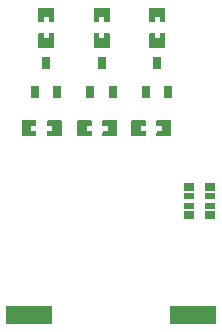
<source format=gbp>
G04 Layer: BottomPasteMaskLayer*
G04 EasyEDA v6.5.23, 2023-04-30 22:23:46*
G04 780a14c897c5458fb3efe7b42501c717,664421963ecb4a5db0a4e46f32b0c09c,10*
G04 Gerber Generator version 0.2*
G04 Scale: 100 percent, Rotated: No, Reflected: No *
G04 Dimensions in millimeters *
G04 leading zeros omitted , absolute positions ,4 integer and 5 decimal *
%FSLAX45Y45*%
%MOMM*%

%AMMACRO1*21,1,$1,$2,0,0,$3*%
%ADD10R,4.0000X1.5000*%
%ADD11MACRO1,0.65X0.8X-90.0000*%
%ADD12MACRO1,0.5X0.8X-90.0000*%
%ADD13MACRO1,1.07X0.6X-90.0000*%

%LPD*%
G36*
X1282801Y1783486D02*
G01*
X1277772Y1778507D01*
X1277772Y1650492D01*
X1282801Y1645513D01*
X1397812Y1645513D01*
X1402791Y1650492D01*
X1403299Y1691487D01*
X1358290Y1691487D01*
X1358290Y1736496D01*
X1402283Y1736496D01*
X1402791Y1778507D01*
X1397812Y1783486D01*
G37*
G36*
X1497787Y1783486D02*
G01*
X1492808Y1778507D01*
X1492808Y1736496D01*
X1537309Y1736496D01*
X1537309Y1691487D01*
X1493316Y1691487D01*
X1492808Y1650492D01*
X1497787Y1645513D01*
X1612798Y1645513D01*
X1617776Y1650492D01*
X1617776Y1778507D01*
X1612798Y1783486D01*
G37*
G36*
X825601Y1783486D02*
G01*
X820572Y1778507D01*
X820572Y1650492D01*
X825601Y1645513D01*
X940612Y1645513D01*
X945591Y1650492D01*
X946099Y1691487D01*
X901090Y1691487D01*
X901090Y1736496D01*
X945083Y1736496D01*
X945591Y1778507D01*
X940612Y1783486D01*
G37*
G36*
X1040587Y1783486D02*
G01*
X1035608Y1778507D01*
X1035608Y1736496D01*
X1080109Y1736496D01*
X1080109Y1691487D01*
X1036116Y1691487D01*
X1035608Y1650492D01*
X1040587Y1645513D01*
X1155598Y1645513D01*
X1160576Y1650492D01*
X1160576Y1778507D01*
X1155598Y1783486D01*
G37*
G36*
X355701Y1783486D02*
G01*
X350672Y1778507D01*
X350672Y1650492D01*
X355701Y1645513D01*
X470712Y1645513D01*
X475691Y1650492D01*
X476199Y1691487D01*
X431190Y1691487D01*
X431190Y1736496D01*
X475183Y1736496D01*
X475691Y1778507D01*
X470712Y1783486D01*
G37*
G36*
X570687Y1783486D02*
G01*
X565708Y1778507D01*
X565708Y1736496D01*
X610209Y1736496D01*
X610209Y1691487D01*
X566216Y1691487D01*
X565708Y1650492D01*
X570687Y1645513D01*
X685698Y1645513D01*
X690676Y1650492D01*
X690676Y1778507D01*
X685698Y1783486D01*
G37*
G36*
X1521612Y2520899D02*
G01*
X1521612Y2475890D01*
X1476603Y2475890D01*
X1476603Y2519883D01*
X1434592Y2520391D01*
X1429613Y2515412D01*
X1429613Y2400401D01*
X1434592Y2395372D01*
X1562608Y2395372D01*
X1567586Y2400401D01*
X1567586Y2515412D01*
X1562608Y2520391D01*
G37*
G36*
X1434592Y2735376D02*
G01*
X1429613Y2730398D01*
X1429613Y2615387D01*
X1434592Y2610408D01*
X1476603Y2610408D01*
X1476603Y2654909D01*
X1521612Y2654909D01*
X1521612Y2610916D01*
X1562608Y2610408D01*
X1567586Y2615387D01*
X1567586Y2730398D01*
X1562608Y2735376D01*
G37*
G36*
X1051712Y2520899D02*
G01*
X1051712Y2475890D01*
X1006703Y2475890D01*
X1006703Y2519883D01*
X964692Y2520391D01*
X959713Y2515412D01*
X959713Y2400401D01*
X964692Y2395372D01*
X1092708Y2395372D01*
X1097686Y2400401D01*
X1097686Y2515412D01*
X1092708Y2520391D01*
G37*
G36*
X964692Y2735376D02*
G01*
X959713Y2730398D01*
X959713Y2615387D01*
X964692Y2610408D01*
X1006703Y2610408D01*
X1006703Y2654909D01*
X1051712Y2654909D01*
X1051712Y2610916D01*
X1092708Y2610408D01*
X1097686Y2615387D01*
X1097686Y2730398D01*
X1092708Y2735376D01*
G37*
G36*
X581812Y2520899D02*
G01*
X581812Y2475890D01*
X536803Y2475890D01*
X536803Y2519883D01*
X494792Y2520391D01*
X489813Y2515412D01*
X489813Y2400401D01*
X494792Y2395372D01*
X622808Y2395372D01*
X627786Y2400401D01*
X627786Y2515412D01*
X622808Y2520391D01*
G37*
G36*
X494792Y2735376D02*
G01*
X489813Y2730398D01*
X489813Y2615387D01*
X494792Y2610408D01*
X536803Y2610408D01*
X536803Y2654909D01*
X581812Y2654909D01*
X581812Y2610916D01*
X622808Y2610408D01*
X627786Y2615387D01*
X627786Y2730398D01*
X622808Y2735376D01*
G37*
D10*
G01*
X412800Y130606D03*
G01*
X1803450Y130606D03*
D11*
G01*
X1764202Y978560D03*
G01*
X1944197Y978560D03*
D12*
G01*
X1764202Y1058544D03*
G01*
X1944197Y1058544D03*
G01*
X1764202Y1138554D03*
G01*
X1944197Y1138554D03*
D11*
G01*
X1764202Y1218539D03*
G01*
X1944197Y1218539D03*
D13*
G01*
X653796Y2022800D03*
G01*
X463803Y2022800D03*
G01*
X558799Y2269799D03*
G01*
X1123696Y2022800D03*
G01*
X933703Y2022800D03*
G01*
X1028699Y2269799D03*
G01*
X1593595Y2022800D03*
G01*
X1403603Y2022800D03*
G01*
X1498600Y2269799D03*
M02*

</source>
